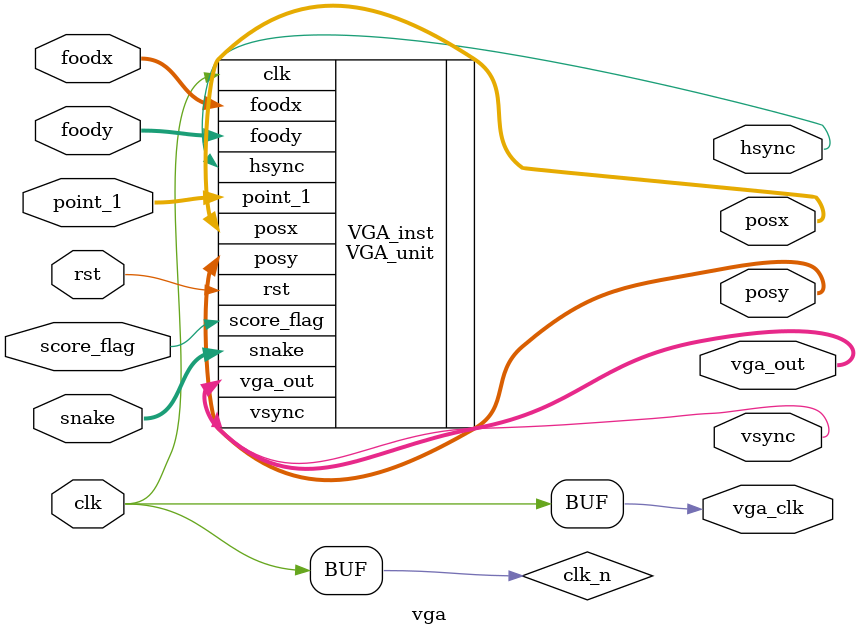
<source format=v>
`timescale 1ns / 1ps
module vga(
	input clk,
    input rst,

    input [15:0] point_1,
    input score_flag,
    input [1:0]snake,
    input [5:0]foodx,
    input [4:0]foody,
    output [9:0]posx,
    output [9:0]posy,    
    output hsync,
    output vsync,
    output vga_clk,
    output [23:0] vga_out
    );
    
    wire clk_n;
	 assign clk_n = clk;//25MHz
    /*
    clk_unit clk_inst(
        .clk(clk),
        .rst(!rst),
        .clk_n(clk_n)
    );*/


    VGA_unit VGA_inst
(
		.clk(clk_n),
		.rst(rst),
        .point_1(point_1),
        .score_flag(score_flag),
		.hsync(hsync),
		.vsync(vsync),
		.snake(snake),
        .vga_out(vga_out),
		.posx(posx),
		.posy(posy),
		.foodx(foodx),
		.foody(foody)
	);
    
    assign vga_clk = clk_n;
    
endmodule

</source>
